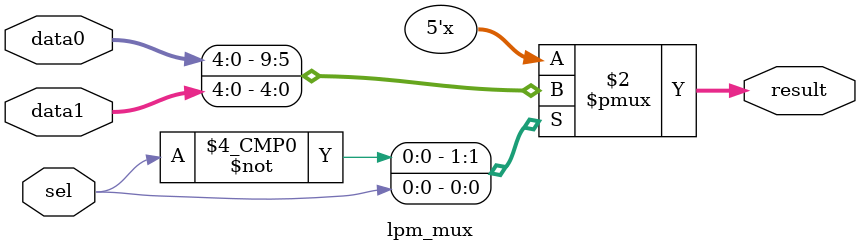
<source format=sv>
module lpm_mux #(
		parameter WIDTH = 5
	)(
		input logic sel,
		input logic [WIDTH-1:0] data0,
		input logic [WIDTH-1:0] data1,
		output logic [WIDTH-1:0] result
	);

    always_comb begin
        case (sel)
            1'b0: result = data0;
            1'b1: result = data1;
        endcase
    end

endmodule

</source>
